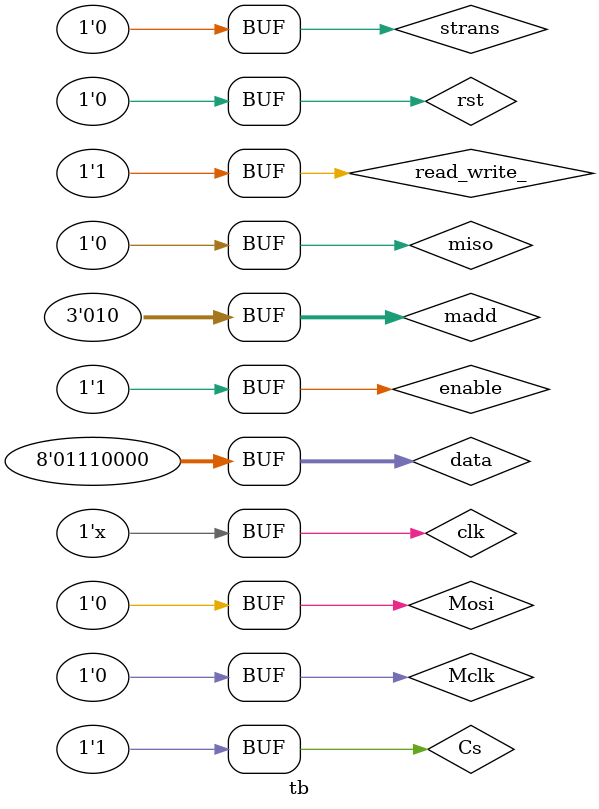
<source format=v>
`timescale 1ns / 1ps

module tb();

reg clk,rst,enable,strans; /// GENERAL I/O ////////

reg read_write_;  /////// MEMORY I/O /////////
reg [7:0] data;
reg [2:0] madd;
wire [7:0] out;

reg miso;   /////// MASTER I/O /////////
wire mosi ,mclk, cs;

wire Miso;  /////// SLAVE I/O /////////
reg Mosi, Mclk, Cs;

roughOpt uut(.clk(clk), .rst(rst), .strans(strans), .enable(enable), 
           .read_write_(read_write_), .data(data), .madd(madd), .out(out),
           .miso(miso), .mosi(mosi), .mclk(mclk), .cs(cs),
           .Miso(Miso), .Mosi(Mosi), .Mclk(Mclk), .Cs(Cs) );

always #5 clk = ~clk;

initial begin
clk = 1; rst =1;  miso=0; #10
rst=0; 
  
  enable=1; strans = 0;              /////////////// MEMORY ACTIVATED ////////////////////////////////////////////////////////////
  read_write_=0;                          
         madd= 3'h0; data = 8'h12; #10
         madd= 3'h1; data = 8'h34; #10
         madd= 3'h2; data = 8'h56; #10
         madd= 3'h3; data = 8'h78; #10
         madd= 3'h4; data = 8'h9a; #10
         madd= 3'h5; data = 8'hbc; #10
         madd= 3'h6; data = 8'hde; #10
         madd= 3'h7; data = 8'h70; #10
 read_write_ = 1; madd= 3'h0;  #10
                  madd= 3'h1;  #10
                  madd= 3'h2;  #10
                  madd= 3'h3;  #10
                  madd= 3'h4;  #10
                  madd= 3'h5;  #10
                  madd= 3'h6;  #10
                  madd= 3'h7;  #10
 
 
rst =1; #10
rst=0;                   
  enable=0; strans = 1; #700       /////////////// MASTER ACTIVATED AND TRANSMISSION STARTED ////////////////////////////////////             


rst =1; Cs=1;#10  
rst=0; 
   enable=1; strans = 1; Cs=0;  /////////////// SLAVE ACTIVATED  /////////////////////////////////////////////////////////
      Mclk=1;    Mosi=1;                       #5; Mclk=0;#5;        /////////////// DATA RECEIVE SERIAL ///////////
      Mclk=1;    Mosi=1;                       #5; Mclk=0;#5;
      Mclk=1;    Mosi=0;                       #5; Mclk=0;#5;
      Mclk=1;    Mosi=0;                       #5; Mclk=0;#5;
      Mclk=1;    Mosi=1;                       #5; Mclk=0;#5;
      Mclk=1;    Mosi=1;                       #5; Mclk=0;#5;
      Mclk=1;    Mosi=0;                       #5; Mclk=0;#5;
      Mclk=1;    Mosi=0;                       #5; Mclk=0;#5;            //1byte over// 

      Mclk=1;    Mosi=0 ;                      #5; Mclk=0;#5;
      Mclk=1;    Mosi=1;                       #5; Mclk=0;#5;
      Mclk=1;    Mosi=1;                       #5; Mclk=0;#5;
      Mclk=1;    Mosi=1;                       #5; Mclk=0;#5;
      Mclk=1;    Mosi=0 ;                      #5; Mclk=0;#5;
      Mclk=1;    Mosi= 0;                      #5; Mclk=0;#5;
      Mclk=1;    Mosi= 1;                      #5; Mclk=0;#5;
      Mclk=1;    Mosi=0 ;                      #5; Mclk=0;#5;            // 2 byte over// 

      Mclk=1;    Mosi= 1;                      #5; Mclk=0;#5;
      Mclk=1;    Mosi=1 ;                      #5; Mclk=0;#5;
      Mclk=1;    Mosi= 1;                      #5; Mclk=0;#5;
      Mclk=1;    Mosi= 1;                      #5; Mclk=0;#5;
      Mclk=1;    Mosi= 1;                      #5; Mclk=0;#5;
      Mclk=1;    Mosi= 1;                      #5; Mclk=0;#5;
      Mclk=1;    Mosi=1 ;                      #5; Mclk=0;#5;
      Mclk=1;    Mosi=1 ;                      #5; Mclk=0;#5;            // 3 byte over// 
      Mosi =0; Cs=1; 


rst=1; #10
rst = 0;
    strans = 0; enable=1; read_write_=1;  /////////////// MEMORY ACTIVATED AND IT READS ////////////////////////
  madd = 3'h0; #10
  madd = 3'h1; #10
  madd = 3'h2; #10;

end

endmodule

</source>
